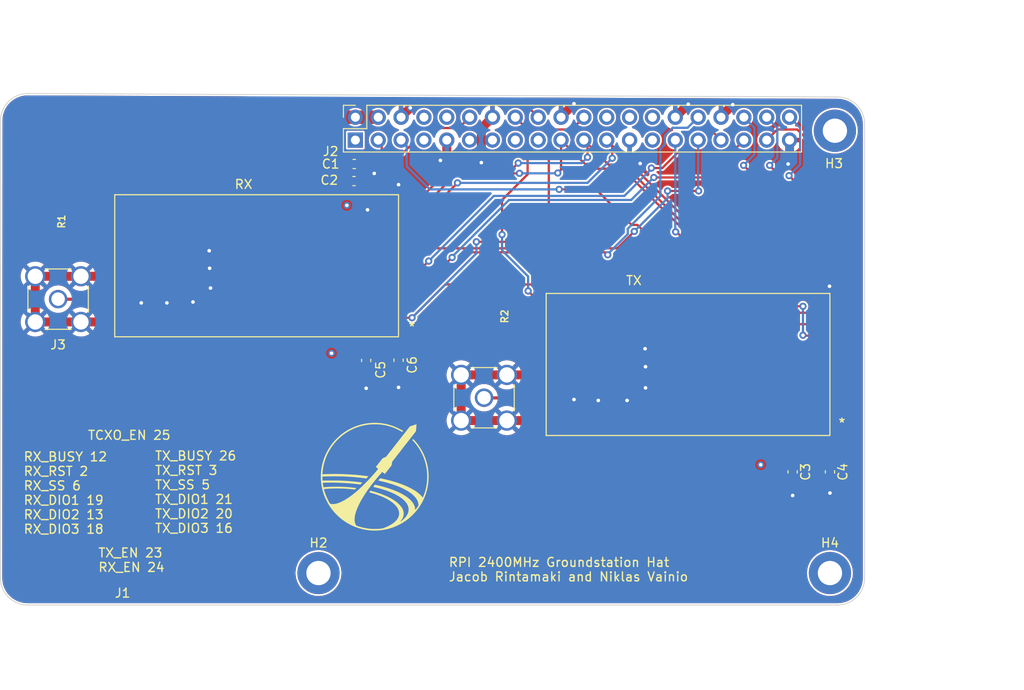
<source format=kicad_pcb>
(kicad_pcb (version 20221018) (generator pcbnew)
  (title_block (title "Groundstation Hat") (date "2024-01-31"))
  (layers (0 "F.Cu" signal) (1 "In1.Cu" signal) (2 "In2.Cu" signal) (31 "B.Cu" signal) (34 "B.Paste" user) (35 "F.Paste" user) (36 "B.SilkS" user "B.Silkscreen") (37 "F.SilkS" user "F.Silkscreen") (38 "B.Mask" user) (39 "F.Mask" user) (44 "Edge.Cuts" user))
  (net 0 "")
  (net 1 "+5V")
  (net 2 "GND")
  (net 4 "RX_RST")
  (net 5 "TX_RST")
  (net 8 "RF_IO6")
  (net 11 "RF_TX_EN")
  (net 13 "RF_RX_EN")
  (net 14 "MOSI")
  (net 15 "MISO")
  (net 16 "TCXO_EN")
  (net 17 "SCLK")
  (net 22 "TX_CS")
  (net 23 "RX_CS")
  (net 24 "TX_BUSY")
  (net 25 "RF_IO4")
  (net 26 "RF_IO1")
  (net 27 "RF_IO5")
  (net 28 "RF_IO2")
  (net 29 "RF_IO3")
  (net 30 "Net-(J3-In)")
  (net 31 "RX_BUSY")
  (net 32 "Net-(U1-TXEN)")
  (net 33 "Net-(U2-RXEN)")
  (net 36 "Net-(J1-In)")
  (footprint "rpi_interface:PRT-21570" (layer "F.Cu") (at 173.15 78.95 90)
    (fp_text reference "J2" (at -3.8 -2.75) (layer "F.SilkS"))
    (fp_text value "PRT-21570")
    (pad "1" thru_hole rect (at -2.54 0 90) (size 1.7 1.7) (drill 1) (layers "*.Cu" "*.Mask"))
    (pad "2" thru_hole oval (at 0 0 90) (size 1.7 1.7) (drill 1) (layers "*.Cu" "*.Mask") (net 1 "+5V"))
    (pad "3" thru_hole oval (at -2.54 2.54 90) (size 1.7 1.7) (drill 1) (layers "*.Cu" "*.Mask") (net 4 "RX_RST"))
    (pad "4" thru_hole oval (at 0 2.54 90) (size 1.7 1.7) (drill 1) (layers "*.Cu" "*.Mask") (net 1 "+5V"))
    (pad "5" thru_hole oval (at -2.54 5.08 90) (size 1.7 1.7) (drill 1) (layers "*.Cu" "*.Mask") (net 5 "TX_RST"))
    (pad "6" thru_hole oval (at 0 5.08 90) (size 1.7 1.7) (drill 1) (layers "*.Cu" "*.Mask") (net 2 "GND"))
    (pad "7" thru_hole oval (at -2.54 7.62 90) (size 1.7 1.7) (drill 1) (layers "*.Cu" "*.Mask"))
    (pad "8" thru_hole oval (at 0 7.62 90) (size 1.7 1.7) (drill 1) (layers "*.Cu" "*.Mask"))
    (pad "9" thru_hole oval (at -2.54 10.16 90) (size 1.7 1.7) (drill 1) (layers "*.Cu" "*.Mask") (net 2 "GND"))
    (pad "10" thru_hole oval (at 0 10.16 90) (size 1.7 1.7) (drill 1) (layers "*.Cu" "*.Mask"))
    (pad "11" thru_hole oval (at -2.54 12.7 90) (size 1.7 1.7) (drill 1) (layers "*.Cu" "*.Mask"))
    (pad "12" thru_hole oval (at 0 12.7 90) (size 1.7 1.7) (drill 1) (layers "*.Cu" "*.Mask") (net 8 "RF_IO6"))
    (pad "13" thru_hole oval (at -2.54 15.24 90) (size 1.7 1.7) (drill 1) (layers "*.Cu" "*.Mask"))
    (pad "14" thru_hole oval (at 0 15.24 90) (size 1.7 1.7) (drill 1) (layers "*.Cu" "*.Mask") (net 2 "GND"))
    (pad "15" thru_hole oval (at -2.54 17.78 90) (size 1.7 1.7) (drill 1) (layers "*.Cu" "*.Mask"))
    (pad "16" thru_hole oval (at 0 17.78 90) (size 1.7 1.7) (drill 1) (layers "*.Cu" "*.Mask") (net 11 "RF_TX_EN"))
    (pad "17" thru_hole oval (at -2.54 20.32 90) (size 1.7 1.7) (drill 1) (layers "*.Cu" "*.Mask"))
    (pad "18" thru_hole oval (at 0 20.32 90) (size 1.7 1.7) (drill 1) (layers "*.Cu" "*.Mask") (net 13 "RF_RX_EN"))
    (pad "19" thru_hole oval (at -2.54 22.86 90) (size 1.7 1.7) (drill 1) (layers "*.Cu" "*.Mask") (net 14 "MOSI"))
    (pad "20" thru_hole oval (at 0 22.86 90) (size 1.7 1.7) (drill 1) (layers "*.Cu" "*.Mask") (net 2 "GND"))
    (pad "21" thru_hole oval (at -2.54 25.4 90) (size 1.7 1.7) (drill 1) (layers "*.Cu" "*.Mask") (net 15 "MISO"))
    (pad "22" thru_hole oval (at 0 25.4 90) (size 1.7 1.7) (drill 1) (layers "*.Cu" "*.Mask") (net 16 "TCXO_EN"))
    (pad "23" thru_hole oval (at -2.54 27.94 90) (size 1.7 1.7) (drill 1) (layers "*.Cu" "*.Mask") (net 17 "SCLK"))
    (pad "24" thru_hole oval (at 0 27.94 90) (size 1.7 1.7) (drill 1) (layers "*.Cu" "*.Mask"))
    (pad "25" thru_hole oval (at -2.54 30.48 90) (size 1.7 1.7) (drill 1) (layers "*.Cu" "*.Mask") (net 2 "GND"))
    (pad "26" thru_hole oval (at 0 30.48 90) (size 1.7 1.7) (drill 1) (layers "*.Cu" "*.Mask"))
    (pad "27" thru_hole oval (at -2.54 33.02 90) (size 1.7 1.7) (drill 1) (layers "*.Cu" "*.Mask"))
    (pad "28" thru_hole oval (at 0 33.02 90) (size 1.7 1.7) (drill 1) (layers "*.Cu" "*.Mask"))
    (pad "29" thru_hole oval (at -2.54 35.56 90) (size 1.7 1.7) (drill 1) (layers "*.Cu" "*.Mask") (net 22 "TX_CS"))
    (pad "30" thru_hole oval (at 0 35.56 90) (size 1.7 1.7) (drill 1) (layers "*.Cu" "*.Mask") (net 2 "GND"))
    (pad "31" thru_hole oval (at -2.54 38.1 90) (size 1.7 1.7) (drill 1) (layers "*.Cu" "*.Mask") (net 23 "RX_CS"))
    (pad "32" thru_hole oval (at 0 38.1 90) (size 1.7 1.7) (drill 1) (layers "*.Cu" "*.Mask") (net 31 "RX_BUSY"))
    (pad "33" thru_hole oval (at -2.54 40.64 90) (size 1.7 1.7) (drill 1) (layers "*.Cu" "*.Mask") (net 27 "RF_IO5"))
    (pad "34" thru_hole oval (at 0 40.64 90) (size 1.7 1.7) (drill 1) (layers "*.Cu" "*.Mask") (net 2 "GND"))
    (pad "35" thru_hole oval (at -2.54 43.18 90) (size 1.7 1.7) (drill 1) (layers "*.Cu" "*.Mask") (net 25 "RF_IO4"))
    (pad "36" thru_hole oval (at 0 43.18 90) (size 1.7 1.7) (drill 1) (layers "*.Cu" "*.Mask") (net 29 "RF_IO3"))
    (pad "37" thru_hole oval (at -2.54 45.72 90) (size 1.7 1.7) (drill 1) (layers "*.Cu" "*.Mask") (net 24 "TX_BUSY"))
    (pad "38" thru_hole oval (at 0 45.72 90) (size 1.7 1.7) (drill 1) (layers "*.Cu" "*.Mask") (net 28 "RF_IO2"))
    (pad "39" thru_hole oval (at -2.54 48.26 90) (size 1.7 1.7) (drill 1) (layers "*.Cu" "*.Mask") (net 2 "GND"))
    (pad "40" thru_hole oval (at 0 48.26 90) (size 1.7 1.7) (drill 1) (layers "*.Cu" "*.Mask") (net 26 "RF_IO1"))
  )
  (footprint "rpi_interface:SMA_901-144" (layer "F.Cu") (at 140.11 99.18 180)
    (fp_text reference "J3" (at 0 -5.08) (layer "F.SilkS"))
    (fp_text value "Amphenol_901-144")
    (pad "1" thru_hole circle (at 0 0 180) (size 2.05 2.05) (drill 1.5) (layers "*.Cu" "*.Mask") (net 30 "Net-(J3-In)"))
    (pad "2" thru_hole circle (at -2.54 -2.54 180) (size 2.25 2.25) (drill 1.7) (layers "*.Cu" "*.Mask") (net 2 "GND"))
    (pad "2" thru_hole circle (at -2.54 2.54 180) (size 2.25 2.25) (drill 1.7) (layers "*.Cu" "*.Mask") (net 2 "GND"))
    (pad "2" thru_hole circle (at 2.54 -2.54 180) (size 2.25 2.25) (drill 1.7) (layers "*.Cu" "*.Mask") (net 2 "GND"))
    (pad "2" thru_hole circle (at 2.54 2.54 180) (size 2.25 2.25) (drill 1.7) (layers "*.Cu" "*.Mask") (net 2 "GND"))
  )
  (footprint "MAINBOARD:R0603" (layer "F.Cu") (at 142.35 90.5 90)
    (fp_text reference "R1" (at 0.8 -1.4 90) (layer "F.SilkS") (effects (font (size 0.77216 0.77216) (thickness 0.154432)) (justify right bottom)))
    (fp_text value "10KOHM-1_10W-1%(0603)0603")
    (pad "1" smd rect (at -0.85 0 90) (size 1 1.1) (layers "F.Cu" "F.Paste" "F.Mask") (net 2 "GND"))
    (pad "2" smd rect (at 0.85 0 90) (size 1 1.1) (layers "F.Cu" "F.Paste" "F.Mask") (net 32 "Net-(U1-TXEN)"))
  )
  (footprint "rpi_interface:SSI_logo_medium" (layer "F.Cu") (at 175.174473 120.644051)
    (fp_text reference "G***" hide)
    (fp_text value "SSI_logo_medium" hide)
  )
  (footprint "MountingHole:MountingHole_2.7mm_M2.5_DIN965_Pad" (layer "F.Cu") (at 225.9 129.65)
    (fp_text reference "H4" (at 0 -3.35) (layer "F.SilkS"))
    (fp_text value "MountingHole")
    (pad "1" thru_hole circle (at 0 0) (size 4.7 4.7) (drill 2.7) (layers "*.Cu" "*.Mask"))
  )
  (footprint "Capacitor_SMD:C_0603_1608Metric" (layer "F.Cu") (at 221.75 118.4 -90)
    (fp_text reference "C3" (at 0 -1.43 90) (layer "F.SilkS"))
    (fp_text value "10uF")
    (pad "1" smd roundrect (at -0.775 0 270) (size 0.9 0.95) (layers "F.Cu" "F.Paste" "F.Mask") (net 1 "+5V"))
    (pad "2" smd roundrect (at 0.775 0 270) (size 0.9 0.95) (layers "F.Cu" "F.Paste" "F.Mask") (net 2 "GND"))
  )
  (footprint "Capacitor_SMD:C_0603_1608Metric" (layer "F.Cu") (at 173.025 84.15)
    (fp_text reference "C1" (at -2.625 0) (layer "F.SilkS"))
    (fp_text value "10uF")
    (pad "1" smd roundrect (at -0.775 0) (size 0.9 0.95) (layers "F.Cu" "F.Paste" "F.Mask") (net 1 "+5V"))
    (pad "2" smd roundrect (at 0.775 0) (size 0.9 0.95) (layers "F.Cu" "F.Paste" "F.Mask") (net 2 "GND"))
  )
  (footprint "Capacitor_SMD:C_0603_1608Metric" (layer "F.Cu") (at 177.95 105.975 -90)
    (fp_text reference "C6" (at 0.525 -1.5 90) (layer "F.SilkS"))
    (fp_text value "0.1uF")
    (pad "1" smd roundrect (at -0.775 0 270) (size 0.9 0.95) (layers "F.Cu" "F.Paste" "F.Mask") (net 1 "+5V"))
    (pad "2" smd roundrect (at 0.775 0 270) (size 0.9 0.95) (layers "F.Cu" "F.Paste" "F.Mask") (net 2 "GND"))
  )
  (footprint "MountingHole:MountingHole_2.7mm_M2.5_DIN965_Pad" (layer "F.Cu") (at 226.45 80.45)
    (fp_text reference "H3" (at -0.1 3.65) (layer "F.SilkS"))
    (fp_text value "MountingHole")
    (pad "1" thru_hole circle (at 0 0) (size 4.7 4.7) (drill 2.7) (layers "*.Cu" "*.Mask"))
  )
  (footprint "Capacitor_SMD:C_0603_1608Metric" (layer "F.Cu") (at 174.35 106 -90)
    (fp_text reference "C5" (at 1.05 -1.6 90) (layer "F.SilkS"))
    (fp_text value "10uF")
    (pad "1" smd roundrect (at -0.775 0 270) (size 0.9 0.95) (layers "F.Cu" "F.Paste" "F.Mask") (net 1 "+5V"))
    (pad "2" smd roundrect (at 0.775 0 270) (size 0.9 0.95) (layers "F.Cu" "F.Paste" "F.Mask") (net 2 "GND"))
  )
  (footprint "rpi_interface:SMA_901-144" (layer "F.Cu") (at 187.45 110.15 180)
    (fp_text reference "J1" (at 40.175 -21.72) (layer "F.SilkS"))
    (fp_text value "Amphenol_901-144")
    (pad "1" thru_hole circle (at 0 0 180) (size 2.05 2.05) (drill 1.5) (layers "*.Cu" "*.Mask") (net 36 "Net-(J1-In)"))
    (pad "2" thru_hole circle (at -2.54 -2.54 180) (size 2.25 2.25) (drill 1.7) (layers "*.Cu" "*.Mask") (net 2 "GND"))
    (pad "2" thru_hole circle (at -2.54 2.54 180) (size 2.25 2.25) (drill 1.7) (layers "*.Cu" "*.Mask") (net 2 "GND"))
    (pad "2" thru_hole circle (at 2.54 -2.54 180) (size 2.25 2.25) (drill 1.7) (layers "*.Cu" "*.Mask") (net 2 "GND"))
    (pad "2" thru_hole circle (at 2.54 2.54 180) (size 2.25 2.25) (drill 1.7) (layers "*.Cu" "*.Mask") (net 2 "GND"))
  )
  (footprint "Capacitor_SMD:C_0603_1608Metric" (layer "F.Cu") (at 173 86.05)
    (fp_text reference "C2" (at -2.75 -0.1) (layer "F.SilkS"))
    (fp_text value "0.1uF")
    (pad "1" smd roundrect (at -0.775 0) (size 0.9 0.95) (layers "F.Cu" "F.Paste" "F.Mask") (net 1 "+5V"))
    (pad "2" smd roundrect (at 0.775 0) (size 0.9 0.95) (layers "F.Cu" "F.Paste" "F.Mask") (net 2 "GND"))
  )
  (footprint "rpi_interface:LORA128XF27" (layer "F.Cu") (at 194.355 99.15)
    (fp_text reference "U2" hide)
    (fp_text value "LoRa1280F27-TCXO" hide)
    (fp_text user "*" (at 32.395 14.4 unlocked) (layer "F.SilkS") (effects (justify left bottom)))
    (pad "1" smd rect (at 31.54 14.25 180) (size 1.5 0.975) (layers "F.Cu" "F.Paste" "F.Mask") (net 1 "+5V"))
    (pad "2" smd rect (at 31.54 12.98 180) (size 1.5 0.975) (layers "F.Cu" "F.Paste" "F.Mask") (net 16 "TCXO_EN"))
    (pad "3" smd rect (at 31.54 11.71 180) (size 1.5 0.975) (layers "F.Cu" "F.Paste" "F.Mask") (net 5 "TX_RST"))
    (pad "4" smd rect (at 31.54 10.44 180) (size 1.5 0.975) (layers "F.Cu" "F.Paste" "F.Mask") (net 24 "TX_BUSY"))
    (pad "5" smd rect (at 31.54 9.17 180) (size 1.5 0.975) (layers "F.Cu" "F.Paste" "F.Mask") (net 26 "RF_IO1"))
    (pad "6" smd rect (at 31.54 7.9 180) (size 1.5 0.975) (layers "F.Cu" "F.Paste" "F.Mask") (net 28 "RF_IO2"))
    (pad "7" smd rect (at 31.54 6.63 180) (size 1.5 0.975) (layers "F.Cu" "F.Paste" "F.Mask") (net 29 "RF_IO3"))
    (pad "8" smd rect (at 31.54 5.36 180) (size 1.5 0.975) (layers "F.Cu" "F.Paste" "F.Mask") (net 22 "TX_CS"))
    (pad "9" smd rect (at 31.54 4.09 180) (size 1.5 0.975) (layers "F.Cu" "F.Paste" "F.Mask") (net 17 "SCLK"))
    (pad "10" smd rect (at 31.54 2.82 180) (size 1.5 0.975) (layers "F.Cu" "F.Paste" "F.Mask") (net 14 "MOSI"))
    (pad "11" smd rect (at 31.54 1.55 180) (size 1.5 0.975) (layers "F.Cu" "F.Paste" "F.Mask") (net 15 "MISO"))
    (pad "12" smd rect (at 31.54 0.28 180) (size 1.5 0.975) (layers "F.Cu" "F.Paste" "F.Mask") (net 2 "GND"))
    (pad "13" smd rect (at 0 1.5 180) (size 2 1.3) (layers "F.Cu" "F.Paste" "F.Mask") (net 11 "RF_TX_EN"))
    (pad "14" smd rect (at 0 3.5 180) (size 2 1.3) (layers "F.Cu" "F.Paste" "F.Mask") (net 33 "Net-(U2-RXEN)"))
    (pad "15" smd rect (at 0 5.5 180) (size 2 1.3) (layers "F.Cu" "F.Paste" "F.Mask") (net 2 "GND"))
    (pad "16" smd rect (at 0 7.5 180) (size 2 1.3) (layers "F.Cu" "F.Paste" "F.Mask") (net 2 "GND"))
    (pad "17" smd rect (at 0 11.02 180) (size 2 1.3) (layers "F.Cu" "F.Paste" "F.Mask") (net 36 "Net-(J1-In)"))
    (pad "18" smd rect (at 0 13.02 180) (size 2 1.3) (layers "F.Cu" "F.Paste" "F.Mask") (net 2 "GND"))
    (pad "19" smd rect (at 5.9 7.75 180) (size 7.3 5.1) (layers "F.Cu" "F.Paste" "F.Mask") (net 2 "GND"))
  )
  (footprint "MAINBOARD:R0603" (layer "F.Cu") (at 189.8 103.5 90)
    (fp_text reference "R2" (at 3.25 0.4 90) (layer "F.SilkS") (effects (font (size 0.77216 0.77216) (thickness 0.154432)) (justify right bottom)))
    (fp_text value "10KOHM-1_10W-1%(0603)0603")
    (pad "1" smd rect (at -0.85 0 90) (size 1 1.1) (layers "F.Cu" "F.Paste" "F.Mask") (net 2 "GND"))
    (pad "2" smd rect (at 0.85 0 90) (size 1 1.1) (layers "F.Cu" "F.Paste" "F.Mask") (net 33 "Net-(U2-RXEN)"))
  )
  (footprint "MountingHole:MountingHole_2.7mm_M2.5_DIN965_Pad" (layer "F.Cu") (at 169.05 129.65)
    (fp_text reference "H2" (at 0 -3.35) (layer "F.SilkS"))
    (fp_text value "MountingHole")
    (pad "1" thru_hole circle (at 0 0) (size 4.7 4.7) (drill 2.7) (layers "*.Cu" "*.Mask"))
  )
  (footprint "Capacitor_SMD:C_0603_1608Metric" (layer "F.Cu") (at 225.9 118.4 -90)
    (fp_text reference "C4" (at 0 -1.43 90) (layer "F.SilkS"))
    (fp_text value "0.1uF")
    (pad "1" smd roundrect (at -0.775 0 270) (size 0.9 0.95) (layers "F.Cu" "F.Paste" "F.Mask") (net 1 "+5V"))
    (pad "2" smd roundrect (at 0.775 0 270) (size 0.9 0.95) (layers "F.Cu" "F.Paste" "F.Mask") (net 2 "GND"))
  )
  (footprint "rpi_interface:LORA128XF27" (layer "F.Cu") (at 146.405 88.17)
    (fp_text reference "U1" hide)
    (fp_text value "LoRa1280F27-TCXO" hide)
    (fp_text user "*" (at 32.545 14.68 unlocked) (layer "F.SilkS") (effects (justify left bottom)))
    (pad "1" smd rect (at 31.54 14.25 180) (size 1.5 0.975) (layers "F.Cu" "F.Paste" "F.Mask") (net 1 "+5V"))
    (pad "2" smd rect (at 31.54 12.98 180) (size 1.5 0.975) (layers "F.Cu" "F.Paste" "F.Mask") (net 16 "TCXO_EN"))
    (pad "3" smd rect (at 31.54 11.71 180) (size 1.5 0.975) (layers "F.Cu" "F.Paste" "F.Mask") (net 4 "RX_RST"))
    (pad "4" smd rect (at 31.54 10.44 180) (size 1.5 0.975) (layers "F.Cu" "F.Paste" "F.Mask") (net 31 "RX_BUSY"))
    (pad "5" smd rect (at 31.54 9.17 180) (size 1.5 0.975) (layers "F.Cu" "F.Paste" "F.Mask") (net 25 "RF_IO4"))
    (pad "6" smd rect (at 31.54 7.9 180) (size 1.5 0.975) (layers "F.Cu" "F.Paste" "F.Mask") (net 27 "RF_IO5"))
    (pad "7" smd rect (at 31.54 6.63 180) (size 1.5 0.975) (layers "F.Cu" "F.Paste" "F.Mask") (net 8 "RF_IO6"))
    (pad "8" smd rect (at 31.54 5.36 180) (size 1.5 0.975) (layers "F.Cu" "F.Paste" "F.Mask") (net 23 "RX_CS"))
    (pad "9" smd rect (at 31.54 4.09 180) (size 1.5 0.975) (layers "F.Cu" "F.Paste" "F.Mask") (net 17 "SCLK"))
    (pad "10" smd rect (at 31.54 2.82 180) (size 1.5 0.975) (layers "F.Cu" "F.Paste" "F.Mask") (net 14 "MOSI"))
    (pad "11" smd rect (at 31.54 1.55 180) (size 1.5 0.975) (layers "F.Cu" "F.Paste" "F.Mask") (net 15 "MISO"))
    (pad "12" smd rect (at 31.54 0.28 180) (size 1.5 0.975) (layers "F.Cu" "F.Paste" "F.Mask") (net 2 "GND"))
    (pad "13" smd rect (at 0 1.5 180) (size 2 1.3) (layers "F.Cu" "F.Paste" "F.Mask") (net 32 "Net-(U1-TXEN)"))
    (pad "14" smd rect (at 0 3.5 180) (size 2 1.3) (layers "F.Cu" "F.Paste" "F.Mask") (net 13 "RF_RX_EN"))
    (pad "15" smd rect (at 0 5.5 180) (size 2 1.3) (layers "F.Cu" "F.Paste" "F.Mask") (net 2 "GND"))
    (pad "16" smd rect (at 0 7.5 180) (size 2 1.3) (layers "F.Cu" "F.Paste" "F.Mask") (net 2 "GND"))
    (pad "17" smd rect (at 0 11.02 180) (size 2 1.3) (layers "F.Cu" "F.Paste" "F.Mask") (net 30 "Net-(J3-In)"))
    (pad "18" smd rect (at 0 13.02 180) (size 2 1.3) (layers "F.Cu" "F.Paste" "F.Mask") (net 2 "GND"))
    (pad "19" smd rect (at 5.9 7.75 180) (size 7.3 5.1) (layers "F.Cu" "F.Paste" "F.Mask") (net 2 "GND"))
  )
  (gr_arc (start 226.75 76.700001) (mid 228.87132 77.578681) (end 229.75 79.700001) (stroke (width 0.1)) (layer "Edge.Cuts"))
  (gr_line (start 136.7 133.2) (end 226.75 133.200001) (stroke (width 0.1)) (layer "Edge.Cuts"))
  (gr_line (start 229.75 79.700001) (end 229.75 130.200001) (stroke (width 0.1)) (layer "Edge.Cuts"))
  (gr_line (start 136.72132 76.32132) (end 226.75 76.700001) (stroke (width 0.1)) (layer "Edge.Cuts"))
  (gr_line (start 133.72132 79.32132) (end 133.7 130.2) (stroke (width 0.1)) (layer "Edge.Cuts"))
  (gr_arc (start 229.75 130.200001) (mid 228.87132 132.321321) (end 226.75 133.200001) (stroke (width 0.1)) (layer "Edge.Cuts"))
  (gr_arc (start 136.7 133.2) (mid 134.57868 132.32132) (end 133.7 130.2) (stroke (width 0.1)) (layer "Edge.Cuts"))
  (gr_arc (start 133.72132 79.32132) (mid 134.6 77.2) (end 136.72132 76.32132) (stroke (width 0.1)) (layer "Edge.Cuts"))
  (gr_text "RX_BUSY 12 \nRX_RST 2 \nRX_SS 6 \nRX_DIO1 19\nRX_DIO2 13\nRX_DIO3 18 \n" (at 136.2 125.35) (layer "F.SilkS") (effects (font (size 1 1)) (justify left bottom)))
  (gr_text "TX" (at 203.15 97.7) (layer "F.SilkS") (effects (font (size 1 1)) (justify left bottom)))
  (gr_text "RX" (at 159.65 87) (layer "F.SilkS") (effects (font (size 1 1)) (justify left bottom)))
  (gr_text "TX_EN 23 \nRX_EN 24\n" (at 144.5 129.6) (layer "F.SilkS") (effects (font (size 1 1)) (justify left bottom)))
  (gr_text "TX_BUSY 26 \nTX_RST 3\nTX_SS 5 \nTX_DIO1 21\nTX_DIO2 20\nTX_DIO3 16 \n" (at 150.8 125.25) (layer "F.SilkS") (effects (font (size 1 1)) (justify left bottom)))
  (gr_text "RPI 2400MHz Groundstation Hat \nJacob Rintamaki and Niklas Vainio" (at 183.45 130.65) (layer "F.SilkS") (effects (font (size 1 1)) (justify left bottom)))
  (gr_text "TCXO_EN 25" (at 143.35 114.9) (layer "F.SilkS") (effects (font (size 1 1)) (justify left bottom)))
  (segment (start 225.9 117.625) (end 225.9 113.5725) (width 1.5) (layer "F.Cu") (net 1))
  (segment (start 172.225 88.725) (end 172.2 88.75) (width 1.5) (layer "F.Cu") (net 1))
  (segment (start 171.947919 78.95) (end 173.15 78.95) (width 1.5) (layer "F.Cu") (net 1))
  (segment (start 172.25 84.15) (end 172.21 84.15) (width 1.5) (layer "F.Cu") (net 1))
  (segment (start 218.225 117.625) (end 218.2 117.6) (width 1) (layer "F.Cu") (net 1))
  (segment (start 170.35 82.29) (end 170.35 80.547919) (width 1.5) (layer "F.Cu") (net 1))
  (segment (start 177.945 105.195) (end 177.945 102.5875) (width 1.5) (layer "F.Cu") (net 1))
  (segment (start 225.895 117.62) (end 225.9 117.625) (width 0.25) (layer "F.Cu") (net 1))
  (segment (start 172.25 86.025) (end 172.225 86.05) (width 1.5) (layer "F.Cu") (net 1))
  (segment (start 170.525 105.225) (end 170.5 105.2) (width 1.5) (layer "F.Cu") (net 1))
  (segment (start 172.225 86.05) (end 172.225 88.525) (width 1.5) (layer "F.Cu") (net 1))
  (segment (start 173.15 78.95) (end 175.69 78.95) (width 1.5) (layer "F.Cu") (net 1))
  (segment (start 177.95 105.2) (end 174.375 105.2) (width 1.5) (layer "F.Cu") (net 1))
  (segment (start 221.75 117.625) (end 218.225 117.625) (width 1.5) (layer "F.Cu") (net 1))
  (segment (start 174.35 105.225) (end 170.525 105.225) (width 1.5) (layer "F.Cu") (net 1))
  (segment (start 225.89 117.625) (end 221.75 117.625) (width 1.5) (layer "F.Cu") (net 1))
  (segment (start 170.35 80.547919) (end 171.947919 78.95) (width 1.5) (layer "F.Cu") (net 1))
  (segment (start 172.225 88.525) (end 172.225 88.725) (width 1.5) (layer "F.Cu") (net 1))
  (segment (start 225.9 113.5725) (end 225.895 113.5675) (width 0.25) (layer "F.Cu") (net 1))
  (segment (start 225.895 117.62) (end 225.89 117.625) (width 0.25) (layer "F.Cu") (net 1))
  (segment (start 172.25 84.15) (end 172.25 86.025) (width 1.5) (layer "F.Cu") (net 1))
  (segment (start 172.21 84.15) (end 170.35 82.29) (width 1.5) (layer "F.Cu") (net 1))
  (via (at 172.2 88.75) (size 0.8) (drill 0.4) (layers "F.Cu" "B.Cu") (net 1))
  (via (at 218.2 117.6) (size 0.8) (drill 0.4) (layers "F.Cu" "B.Cu") (net 1))
  (via (at 170.5 105.2) (size 0.8) (drill 0.4) (layers "F.Cu" "B.Cu") (net 1))
  (segment (start 174.2 84.15) (end 175.25 85.2) (width 1) (layer "F.Cu") (net 2))
  (segment (start 193.395 107.61) (end 194.355 106.65) (width 1) (layer "F.Cu") (net 2))
  (segment (start 189.99 107.61) (end 184.91 107.61) (width 1) (layer "F.Cu") (net 2))
  (segment (start 153.98 95.92) (end 154 95.9) (width 0.25) (layer "F.Cu") (net 2))
  (segment (start 177.945 88.45) (end 177.945 86.455) (width 1) (layer "F.Cu") (net 2))
  (segment (start 183.31 81.49) (end 183.31 83.04) (width 1) (layer "F.Cu") (net 2))
  (segment (start 145.875 101.72) (end 146.405 101.19) (width 1) (layer "F.Cu") (net 2))
  (segment (start 188.39 78.95) (end 187.15 80.19) (width 1) (layer "F.Cu") (net 2))
  (segment (start 173.775 86.05) (end 173.775 88.225) (width 1) (layer "F.Cu") (net 2))
  (segment (start 177.945 86.455) (end 177.95 86.45) (width 0.25) (layer "F.Cu") (net 2))
  (segment (start 150.055 93.67) (end 152.1925 95.8075) (width 0.25) (layer "F.Cu") (net 2))
  (segment (start 173.8 88.55) (end 174.5 89.25) (width 1) (layer "F.Cu") (net 2))
  (segment (start 152.305 95.92) (end 153.98 95.92) (width 0.25) (layer "F.Cu") (net 2))
  (segment (start 146.405 93.67) (end 150.055 93.67) (width 1) (layer "F.Cu") (net 2))
  (segment (start 142.35 91.35) (end 144.67 93.67) (width 1) (layer "F.Cu") (net 2))
  (segment (start 183.31 83.04) (end 182.6 83.75) (width 1) (layer "F.Cu") (net 2))
  (segment (start 184.91 112.69) (end 184.91 107.61) (width 1) (layer "F.Cu") (net 2))
  (segment (start 225.9 119.175) (end 225.9 120.75) (width 1) (layer "F.Cu") (net 2))
  (segment (start 152.055 95.67) (end 152.305 95.92) (width 1) (layer "F.Cu") (net 2))
  (segment (start 208.71 78.94) (end 210.15 77.5) (width 1) (layer "F.Cu") (net 2))
  (segment (start 137.57 96.64) (end 142.65 96.64) (width 1) (layer "F.Cu") (net 2))
  (segment (start 194.355 104.65) (end 194.355 106.65) (width 1) (layer "F.Cu") (net 2))
  (segment (start 178.23 78.92) (end 179.25 77.9) (width 1) (layer "F.Cu") (net 2))
  (segment (start 142.65 96.64) (end 145.435 96.64) (width 1) (layer "F.Cu") (net 2))
  (segment (start 142.65 101.72) (end 145.875 101.72) (width 1) (layer "F.Cu") (net 2))
  (segment (start 137.57 101.72) (end 142.65 101.72) (width 1) (layer "F.Cu") (net 2))
  (segment (start 221.75 119.175) (end 221.75 121.025) (width 1) (layer "F.Cu") (net 2))
  (segment (start 208.71 78.95) (end 208.71 78.94) (width 0.25) (layer "F.Cu") (net 2))
  (segment (start 173.775 88.225) (end 173.8 88.25) (width 0.25) (layer "F.Cu") (net 2))
  (segment (start 177.95 106.75) (end 177.95 109) (width 1) (layer "F.Cu") (net 2))
  (segment (start 137.57 101.72) (end 137.57 96.64) (width 1) (layer "F.Cu") (net 2))
  (segment (start 193.835 112.69) (end 194.355 112.17) (width 1) (layer "F.Cu") (net 2))
  (segment (start 178.23 78.95) (end 178.23 78.92) (width 0.25) (layer "F.Cu") (net 2))
  (segment (start 189.99 112.69) (end 184.91 112.69) (width 1) (layer "F.Cu") (net 2))
  (segment (start 152.305 97.495) (end 152.2 97.6) (width 0.25) (layer "F.Cu") (net 2))
  (segment (start 173.8 88.25) (end 173.8 88.55) (width 0.25) (layer "F.Cu") (net 2))
  (segment (start 194.355 106.65) (end 200.005 106.65) (width 1) (layer "F.Cu") (net 2))
  (segment (start 146.405 95.67) (end 152.055 95.67) (width 1) (layer "F.Cu") (net 2))
  (segment (start 144.67 93.67) (end 146.405 93.67) (width 1) (layer "F.Cu") (net 2))
  (segment (start 152.305 95.92) (end 152.1925 95.8075) (width 0.25) (layer "F.Cu") (net 2))
  (segment (start 173.8 84.15) (end 174.45 84.15) (width 1) (layer "F.Cu") (net 2))
  (segment (start 196.01 78.95) (end 196.01 78.89) (width 0.25) (layer "F.Cu") (net 2))
  (segment (start 203.63 82.93) (end 204.8 84.1) (width 0.25) (layer "F.Cu") (net 2))
  (segment (start 213.79 78.86) (end 215.1 77.55) (width 1) (layer "F.Cu") (net 2))
  (segment (start 225.895 99.43) (end 225.895 97.795) (width 1) (layer "F.Cu") (net 2))
  (segment (start 213.79 78.95) (end 213.79 78.86) (width 0.25) (layer "F.Cu") (net 2))
  (segment (start 196.01 78.89) (end 197.45 77.45) (width 1) (layer "F.Cu") (net 2))
  (segment (start 174.35 106.775) (end 174.35 109.1) (width 1) (layer "F.Cu") (net 2))
  (segment (start 189.99 107.61) (end 193.395 107.61) (width 1) (layer "F.Cu") (net 2))
  (segment (start 203.63 81.49) (end 203.63 82.93) (width 0.25) (layer "F.Cu") (net 2))
  (segment (start 145.435 96.64) (end 146.405 95.67) (width 1) (layer "F.Cu") (net 2))
  (segment (start 173.8 84.15) (end 174.2 84.15) (width 1) (layer "F.Cu") (net 2))
  (segment (start 225.895 97.795) (end 225.85 97.75) (width 0.25) (layer "F.Cu") (net 2))
  (segment (start 187.15 80.19) (end 187.15 84) (width 1) (layer "F.Cu") (net 2))
  (segment (start 189.99 112.69) (end 193.835 112.69) (width 1) (layer "F.Cu") (net 2))
  (segment (start 189.8 104.35) (end 194.055 104.35) (width 1) (layer "F.Cu") (net 2))
  (segment (start 200.005 106.65) (end 200.255 106.9) (width 0.25) (layer "F.Cu") (net 2))
  (via (at 225.85 97.75) (size 0.8) (drill 0.4) (layers "F.Cu" "B.Cu") (net 2))
  (via (at 204.8 84.1) (size 0.8) (drill 0.4) (layers "F.Cu" "B.Cu") (net 2))
  (via (at 179.25 77.9) (size 0.8) (drill 0.4) (layers "F.Cu" "B.Cu") (net 2))
  (via (at 203.35 110.45) (size 0.8) (drill 0.4) (layers "F.Cu" "B.Cu") (net 2))
  (via (at 149.35 99.6) (size 0.8) (drill 0.4) (layers "F.Cu" "B.Cu") (net 2))
  (via (at 182.6 83.75) (size 0.8) (drill 0.4) (layers "F.Cu" "B.Cu") (net 2))
  (via (at 155.1 99.5) (size 0.8) (drill 0.4) (layers "F.Cu" "B.Cu") (net 2))
  (via (at 197.45 77.45) (size 0.8) (drill 0.4) (layers "F.Cu" "B.Cu") (net 2))
  (via (at 205.4 106.7) (size 0.8) (drill 0.4) (layers "F.Cu" "B.Cu") (net 2))
  (via (at 156.95 95.75) (size 0.8) (drill 0.4) (layers "F.Cu" "B.Cu") (net 2))
  (via (at 152.2 99.6) (size 0.8) (drill 0.4) (layers "F.Cu" "B.Cu") (net 2))
  (via (at 197.45 110.35) (size 0.8) (drill 0.4) (layers "F.Cu" "B.Cu") (net 2))
  (via (at 156.9 93.8) (size 0.8) (drill 0.4) (layers "F.Cu" "B.Cu") (net 2))
  (via (at 157.05 97.95) (size 0.8) (drill 0.4) (layers "F.Cu" "B.Cu") (net 2))
  (via (at 187.15 84) (size 0.8) (drill 0.4) (layers "F.Cu" "B.Cu") (net 2))
  (via (at 200.15 110.45) (size 0.8) (drill 0.4) (layers "F.Cu" "B.Cu") (net 2))
  (via (at 174.5 89.25) (size 0.8) (drill 0.4) (layers "F.Cu" "B.Cu") (net 2))
  (via (at 221.25 84.15) (size 0.8) (drill 0.4) (layers "F.Cu" "B.Cu") (net 2))
  (via (at 205.4 109.05) (size 0.8) (drill 0.4) (layers "F.Cu" "B.Cu") (net 2))
  (via (at 175.25 85.2) (size 0.8) (drill 0.4) (layers "F.Cu" "B.Cu") (net 2))
  (via (at 205.35 104.7) (size 0.8) (drill 0.4) (layers "F.Cu" "B.Cu") (net 2))
  (via (at 221.75 121.025) (size 0.8) (drill 0.4) (layers "F.Cu" "B.Cu") (net 2))
  (via (at 215.1 77.55) (size 0.8) (drill 0.4) (layers "F.Cu" "B.Cu") (net 2))
  (via (at 177.95 109) (size 0.8) (drill 0.4) (layers "F.Cu" "B.Cu") (net 2))
  (via (at 210.15 77.5) (size 0.8) (drill 0.4) (layers "F.Cu" "B.Cu") (net 2))
  (via (at 174.35 109.1) (size 0.8) (drill 0.4) (layers "F.Cu" "B.Cu") (net 2))
  (via (at 177.95 86.45) (size 0.8) (drill 0.4) (layers "F.Cu" "B.Cu") (net 2))
  (via (at 225.9 120.75) (size 0.8) (drill 0.4) (layers "F.Cu" "B.Cu") (net 2))
  (segment (start 221.41 81.49) (end 221.41 83.99) (width 1) (layer "B.Cu") (net 2))
  (segment (start 221.41 83.99) (end 221.25 84.15) (width 0.25) (layer "B.Cu") (net 2))
  (segment (start 176.945 99.88) (end 176.075 99.01) (width 0.25) (layer "F.Cu") (net 4))
  (segment (start 176.075 81.875) (end 175.69 81.49) (width 0.25) (layer "F.Cu") (net 4))
  (segment (start 176.075 99.01) (end 176.075 81.875) (width 0.25) (layer "F.Cu") (net 4))
  (segment (start 177.945 99.88) (end 176.945 99.88) (width 0.25) (layer "F.Cu") (net 4))
  (segment (start 204.500305 90.925) (end 224.435305 110.86) (width 0.25) (layer "F.Cu") (net 5))
  (segment (start 224.435305 110.86) (end 225.895 110.86) (width 0.25) (layer "F.Cu") (net 5))
  (segment (start 199.899195 86.9745) (end 203.849695 90.925) (width 0.25) (layer "F.Cu") (net 5))
  (segment (start 203.849695 90.925) (end 204.500305 90.925) (width 0.25) (layer "F.Cu") (net 5))
  (segment (start 195.8 86.9745) (end 199.899195 86.9745) (width 0.25) (layer "F.Cu") (net 5))
  (via (at 195.8 86.9745) (size 0.8) (drill 0.4) (layers "F.Cu" "B.Cu") (net 5))
  (segment (start 195.8 86.9745) (end 181.4245 86.9745) (width 0.25) (layer "B.Cu") (net 5))
  (segment (start 181.4245 86.9745) (end 178.85 84.4) (width 0.25) (layer "B.Cu") (net 5))
  (segment (start 178.85 82.11) (end 178.23 81.49) (width 0.25) (layer "B.Cu") (net 5))
  (segment (start 178.85 84.4) (end 178.85 82.11) (width 0.25) (layer "B.Cu") (net 5))
  (segment (start 177.3275 94.8) (end 176.85 94.3225) (width 0.25) (layer "F.Cu") (net 8))
  (segment (start 179.595 81.003299) (end 180.448299 80.15) (width 0.25) (layer "F.Cu") (net 8))
  (segment (start 177.945 94.8) (end 177.3275 94.8) (width 0.25) (layer "F.Cu") (net 8))
  (segment (start 180.448299 80.15) (end 184.65 80.15) (width 0.25) (layer "F.Cu") (net 8))
  (segment (start 176.85 94.3225) (end 176.85 84.531701) (width 0.25) (layer "F.Cu") (net 8))
  (segment (start 176.85 84.531701) (end 179.595 81.786701) (width 0.25) (layer "F.Cu") (net 8))
  (segment (start 184.65 80.15) (end 185.85 78.95) (width 0.25) (layer "F.Cu") (net 8))
  (segment (start 179.595 81.786701) (end 179.595 81.003299) (width 0.25) (layer "F.Cu") (net 8))
  (segment (start 192.295 85.305) (end 192.295 80.315) (width 0.25) (layer "F.Cu") (net 11))
  (segment (start 192.35 98.2745) (end 194.355 100.2795) (width 0.25) (layer "F.Cu") (net 11))
  (segment (start 189.45 92) (end 189.45 88.15) (width 0.25) (layer "F.Cu") (net 11))
  (segment (start 194.355 100.2795) (end 194.355 100.65) (width 0.25) (layer "F.Cu") (net 11))
  (segment (start 189.45 88.15) (end 192.295 85.305) (width 0.25) (layer "F.Cu") (net 11))
  (segment (start 192.295 80.315) (end 190.93 78.95) (width 0.25) (layer "F.Cu") (net 11))
  (via (at 189.45 92) (size 0.8) (drill 0.4) (layers "F.Cu" "B.Cu") (net 11))
  (via (at 192.35 98.2745) (size 0.8) (drill 0.4) (layers "F.Cu" "B.Cu") (net 11))
  (segment (start 189.45 92) (end 189.45 93.75) (width 0.25) (layer "B.Cu") (net 11))
  (segment (start 192.35 96.65) (end 192.35 98.2745) (width 0.25) (layer "B.Cu") (net 11))
  (segment (start 189.45 93.75) (end 192.35 96.65) (width 0.25) (layer "B.Cu") (net 11))
  (segment (start 146.405 91.67) (end 146.755 91.67) (width 0.25) (layer "F.Cu") (net 13))
  (segment (start 191.52 77) (end 193.47 78.95) (width 0.25) (layer "F.Cu") (net 13))
  (segment (start 146.755 91.67) (end 161.425 77) (width 0.25) (layer "F.Cu") (net 13))
  (segment (start 161.425 77) (end 191.52 77) (width 0.25) (layer "F.Cu") (net 13))
  (segment (start 196.01 84.79) (end 196.01 81.49) (width 0.25) (layer "F.Cu") (net 14))
  (segment (start 202.825 84.675) (end 199.195 84.675) (width 0.25) (layer "F.Cu") (net 14))
  (segment (start 225.895 101.97) (end 220.12 101.97) (width 0.25) (layer "F.Cu") (net 14))
  (segment (start 184.412299 85.187701) (end 191.387701 85.187701) (width 0.25) (layer "F.Cu") (net 14))
  (segment (start 177.945 90.99) (end 178.61 90.99) (width 0.25) (layer "F.Cu") (net 14))
  (segment (start 220.12 101.97) (end 202.825 84.675) (width 0.25) (layer "F.Cu") (net 14))
  (segment (start 199.195 84.675) (end 196.01 81.49) (width 0.25) (layer "F.Cu") (net 14))
  (segment (start 195.65 85.15) (end 196.01 84.79) (width 0.25) (layer "F.Cu") (net 14))
  (segment (start 178.61 90.99) (end 184.412299 85.187701) (width 0.25) (layer "F.Cu") (net 14))
  (via (at 195.65 85.15) (size 0.8) (drill 0.4) (layers "F.Cu" "B.Cu") (net 14))
  (via (at 191.387701 85.187701) (size 0.8) (drill 0.4) (layers "F.Cu" "B.Cu") (net 14))
  (segment (start 195.612299 85.187701) (end 195.65 85.15) (width 0.25) (layer "B.Cu") (net 14))
  (segment (start 191.387701 85.187701) (end 195.612299 85.187701) (width 0.25) (layer "B.Cu") (net 14))
  (segment (start 203.025 84.225) (end 201.285 84.225) (width 0.25) (layer "F.Cu") (net 15))
  (segment (start 225.895 100.7) (end 219.5 100.7) (width 0.25) (layer "F.Cu") (net 15))
  (segment (start 198.95 81.89) (end 198.55 81.49) (width 0.25) (layer "F.Cu") (net 15))
  (segment (start 190.575 84.725) (end 191.25 84.05) (width 0.25) (layer "F.Cu") (net 15))
  (segment (start 219.5 100.7) (end 203.025 84.225) (width 0.25) (layer "F.Cu") (net 15))
  (segment (start 177.945 89.72) (end 178.63 89.72) (width 0.25) (layer "F.Cu") (net 15))
  (segment (start 201.285 84.225) (end 198.55 81.49) (width 0.25) (layer "F.Cu") (net 15))
  (segment (start 198.95 83.4) (end 198.95 81.89) (width 0.25) (layer "F.Cu") (net 15))
  (segment (start 183.625 84.725) (end 190.575 84.725) (width 0.25) (layer "F.Cu") (net 15))
  (segment (start 178.63 89.72) (end 183.625 84.725) (width 0.25) (layer "F.Cu") (net 15))
  (via (at 198.95 83.4) (size 0.8) (drill 0.4) (layers "F.Cu" "B.Cu") (net 15))
  (via (at 191.25 84.05) (size 0.8) (drill 0.4) (layers "F.Cu" "B.Cu") (net 15))
  (segment (start 191.25 84.05) (end 198.3 84.05) (width 0.25) (layer "B.Cu") (net 15))
  (segment (start 198.3 84.05) (end 198.95 83.4) (width 0.25) (layer "B.Cu") (net 15))
  (segment (start 194.65 81.188299) (end 194.65 88.6) (width 0.25) (layer "F.Cu") (net 16))
  (segment (start 190.4445 92.8055) (end 186.6 92.8055) (width 0.25) (layer "F.Cu") (net 16))
  (segment (start 183.15 97.55) (end 179.45 101.25) (width 0.25) (layer "F.Cu") (net 16))
  (segment (start 197.185 80.315) (end 195.523299 80.315) (width 0.25) (layer "F.Cu") (net 16))
  (segment (start 179.45 101.25) (end 178.045 101.25) (width 0.25) (layer "F.Cu") (net 16))
  (segment (start 224.895 112.13) (end 210.315 97.55) (width 0.25) (layer "F.Cu") (net 16))
  (segment (start 195.523299 80.315) (end 194.65 81.188299) (width 0.25) (layer "F.Cu") (net 16))
  (segment (start 198.55 78.95) (end 197.185 80.315) (width 0.25) (layer "F.Cu") (net 16))
  (segment (start 210.315 97.55) (end 183.15 97.55) (width 0.25) (layer "F.Cu") (net 16))
  (segment (start 194.65 88.6) (end 190.4445 92.8055) (width 0.25) (layer "F.Cu") (net 16))
  (segment (start 178.045 101.25) (end 177.945 101.15) (width 0.25) (layer "F.Cu") (net 16))
  (segment (start 225.895 112.13) (end 224.895 112.13) (width 0.25) (layer "F.Cu") (net 16))
  (via (at 179.45 101.25) (size 0.8) (drill 0.4) (layers "F.Cu" "B.Cu") (net 16))
  (via (at 186.6 92.8055) (size 0.8) (drill 0.4) (layers "F.Cu" "B.Cu") (net 16))
  (segment (start 186.6 94.1) (end 179.45 101.25) (width 0.25) (layer "B.Cu") (net 16))
  (segment (start 186.6 92.8055) (end 186.6 94.1) (width 0.25) (layer "B.Cu") (net 16))
  (segment (start 201.7 82.1) (end 201.09 81.49) (width 0.25) (layer "F.Cu") (net 17))
  (segment (start 201.7 83.5) (end 201.7 82.1) (width 0.25) (layer "F.Cu") (net 17))
  (segment (start 222.94 103.24) (end 222.9 103.2) (width 0.25) (layer "F.Cu") (net 17))
  (segment (start 201.09 81.49) (end 219.5755 99.9755) (width 0.25) (layer "F.Cu") (net 17))
  (segment (start 225.895 103.24) (end 222.94 103.24) (width 0.25) (layer "F.Cu") (net 17))
  (segment (start 219.5755 99.9755) (end 222.9 99.9755) (width 0.25) (layer "F.Cu") (net 17))
  (segment (start 184.5 86.25) (end 178.49 92.26) (width 0.25) (layer "F.Cu") (net 17))
  (segment (start 178.49 92.26) (end 177.945 92.26) (width 0.25) (layer "F.Cu") (net 17))
  (via (at 184.5 86.25) (size 0.8) (drill 0.4) (layers "F.Cu" "B.Cu") (net 17))
  (via (at 201.7 83.5) (size 0.8) (drill 0.4) (layers "F.Cu" "B.Cu") (net 17))
  (via (at 222.9 99.9755) (size 0.8) (drill 0.4) (layers "F.Cu" "B.Cu") (net 17))
  (via (at 222.9 103.2) (size 0.8) (drill 0.4) (layers "F.Cu" "B.Cu") (net 17))
  (segment (start 222.9 99.9755) (end 222.9 103.2) (width 0.25) (layer "B.Cu") (net 17))
  (segment (start 198.95 86.25) (end 201.7 83.5) (width 0.25) (layer "B.Cu") (net 17))
  (segment (start 184.5 86.25) (end 198.95 86.25) (width 0.25) (layer "B.Cu") (net 17))
  (segment (start 208.84 91.7) (end 221.65 104.51) (width 0.25) (layer "F.Cu") (net 22))
  (segment (start 221.65 104.51) (end 225.895 104.51) (width 0.25) (layer "F.Cu") (net 22))
  (segment (start 208.75 91.7) (end 208.84 91.7) (width 0.25) (layer "F.Cu") (net 22))
  (via (at 208.75 91.7) (size 0.8) (drill 0.4) (layers "F.Cu" "B.Cu") (net 22))
  (segment (start 208.71 81.49) (end 208.71 91.66) (width 0.25) (layer "B.Cu") (net 22))
  (segment (start 208.71 91.66) (end 208.75 91.7) (width 0.25) (layer "B.Cu") (net 22))
  (segment (start 202.27 93.53) (end 204.15 91.65) (width 0.25) (layer "F.Cu") (net 23))
  (segment (start 177.945 93.53) (end 202.27 93.53) (width 0.25) (layer "F.Cu") (net 23))
  (segment (start 207.85 87.15) (end 211.3 87.15) (width 0.25) (layer "F.Cu") (net 23))
  (via (at 207.85 87.15) (size 0.8) (drill 0.4) (layers "F.Cu" "B.Cu") (net 23))
  (via (at 211.3 87.15) (size 0.8) (drill 0.4) (layers "F.Cu" "B.Cu") (net 23))
  (via (at 204.15 91.65) (size 0.8) (drill 0.4) (layers "F.Cu" "B.Cu") (net 23))
  (segment (start 207.85 87.95) (end 207.85 87.15) (width 0.25) (layer "B.Cu") (net 23))
  (segment (start 211.25 87.1) (end 211.25 81.49) (width 0.25) (layer "B.Cu") (net 23))
  (segment (start 204.15 91.65) (end 207.85 87.95) (width 0.25) (layer "B.Cu") (net 23))
  (segment (start 211.3 87.15) (end 211.25 87.1) (width 0.25) (layer "B.Cu") (net 23))
  (segment (start 220.045 80.315) (end 218.87 81.49) (width 0.25) (layer "F.Cu") (net 24))
  (segment (start 222.265 80.315) (end 220.045 80.315) (width 0.25) (layer "F.Cu") (net 24))
  (segment (start 228.95 107.535) (end 228.95 87) (width 0.25) (layer "F.Cu") (net 24))
  (segment (start 226.895 109.59) (end 228.95 107.535) (width 0.25) (layer "F.Cu") (net 24))
  (segment (start 225.895 109.59) (end 226.895 109.59) (width 0.25) (layer "F.Cu") (net 24))
  (segment (start 228.95 87) (end 222.265 80.315) (width 0.25) (layer "F.Cu") (net 24))
  (segment (start 181.11 97.34) (end 183.9 94.55) (width 0.25) (layer "F.Cu") (net 25))
  (segment (start 177.945 97.34) (end 181.11 97.34) (width 0.25) (layer "F.Cu") (net 25))
  (segment (start 212.171476 85.648524) (end 216.33 81.49) (width 0.25) (layer "F.Cu") (net 25))
  (segment (start 206.3255 85.648524) (end 212.171476 85.648524) (width 0.25) (layer "F.Cu") (net 25))
  (via (at 183.9 94.55) (size 0.8) (drill 0.4) (layers "F.Cu" "B.Cu") (net 25))
  (via (at 206.3255 85.648524) (size 0.8) (drill 0.4) (layers "F.Cu" "B.Cu") (net 25))
  (segment (start 203.8005 88.1495) (end 206.3255 85.6245) (width 0.25) (layer "B.Cu") (net 25))
  (segment (start 183.9 94.480195) (end 190.230695 88.1495) (width 0.25) (layer "B.Cu") (net 25))
  (segment (start 190.230695 88.1495) (end 203.8005 88.1495) (width 0.25) (layer "B.Cu") (net 25))
  (segment (start 206.3255 85.6245) (end 206.3255 85.648524) (width 0.25) (layer "B.Cu") (net 25))
  (segment (start 183.9 94.55) (end 183.9 94.480195) (width 0.25) (layer "B.Cu") (net 25))
  (segment (start 225.895 108.32) (end 227.528604 108.32) (width 0.25) (layer "F.Cu") (net 26))
  (segment (start 228.5 92.781701) (end 228.5 92.6) (width 0.25) (layer "F.Cu") (net 26))
  (segment (start 228.5 92.6) (end 221.35 85.45) (width 0.25) (layer "F.Cu") (net 26))
  (segment (start 228.5 107.348604) (end 228.5 92.781701) (width 0.25) (layer "F.Cu") (net 26))
  (segment (start 227.528604 108.32) (end 228.5 107.348604) (width 0.25) (layer "F.Cu") (net 26))
  (via (at 221.35 85.45) (size 0.8) (drill 0.4) (layers "F.Cu" "B.Cu") (net 26))
  (segment (start 222.585 80.125) (end 221.41 78.95) (width 0.25) (layer "B.Cu") (net 26))
  (segment (start 222.585 84.215) (end 222.585 80.125) (width 0.25) (layer "B.Cu") (net 26))
  (segment (start 221.35 85.45) (end 222.585 84.215) (width 0.25) (layer "B.Cu") (net 26))
  (segment (start 210.953299 80.125) (end 212.425 80.125) (width 0.25) (layer "F.Cu") (net 27))
  (segment (start 206.05 84.6) (end 207.261701 84.6) (width 0.25) (layer "F.Cu") (net 27))
  (segment (start 180.18 96.07) (end 181.3 94.95) (width 0.25) (layer "F.Cu") (net 27))
  (segment (start 210.075 81.003299) (end 210.953299 80.125) (width 0.25) (layer "F.Cu") (net 27))
  (segment (start 210.075 81.786701) (end 210.075 81.003299) (width 0.25) (layer "F.Cu") (net 27))
  (segment (start 207.261701 84.6) (end 210.075 81.786701) (width 0.25) (layer "F.Cu") (net 27))
  (segment (start 177.945 96.07) (end 180.18 96.07) (width 0.25) (layer "F.Cu") (net 27))
  (segment (start 212.425 80.125) (end 213.79 81.49) (width 0.25) (layer "F.Cu") (net 27))
  (via (at 206.05 84.6) (size 0.8) (drill 0.4) (layers "F.Cu" "B.Cu") (net 27))
  (via (at 181.3 94.95) (size 0.8) (drill 0.4) (layers "F.Cu" "B.Cu") (net 27))
  (segment (start 203.0505 87.6995) (end 206 84.75) (width 0.25) (layer "B.Cu") (net 27))
  (segment (start 206 84.75) (end 206 84.65) (width 0.25) (layer "B.Cu") (net 27))
  (segment (start 188.5505 87.6995) (end 203.0505 87.6995) (width 0.25) (layer "B.Cu") (net 27))
  (segment (start 181.3 94.95) (end 188.5505 87.6995) (width 0.25) (layer "B.Cu") (net 27))
  (segment (start 228.05 94.871701) (end 228.05 93.175305) (width 0.25) (layer "F.Cu") (net 28))
  (segment (start 228.05 105.895) (end 228.05 94.871701) (width 0.25) (layer "F.Cu") (net 28))
  (segment (start 228.05 93.175305) (end 219.2 84.325305) (width 0.25) (layer "F.Cu") (net 28))
  (segment (start 225.895 107.05) (end 226.895 107.05) (width 0.25) (layer "F.Cu") (net 28))
  (segment (start 219.2 84.325305) (end 219.2 84.3) (width 0.25) (layer "F.Cu") (net 28))
  (segment (start 226.895 107.05) (end 228.05 105.895) (width 0.25) (layer "F.Cu") (net 28))
  (via (at 219.2 84.3) (size 0.8) (drill 0.4) (layers "F.Cu" "B.Cu") (net 28))
  (segment (start 220.045 83.455) (end 220.045 80.125) (width 0.25) (layer "B.Cu") (net 28))
  (segment (start 220.045 80.125) (end 218.87 78.95) (width 0.25) (layer "B.Cu") (net 28))
  (segment (start 219.2 84.3) (end 220.045 83.455) (width 0.25) (layer "B.Cu") (net 28))
  (segment (start 226.995951 94.995951) (end 216.3 84.3) (width 0.25) (layer "F.Cu") (net 29))
  (segment (start 225.895 105.78) (end 226.895 105.78) (width 0.25) (layer "F.Cu") (net 29))
  (segment (start 226.895 105.78) (end 226.995951 105.679049) (width 0.25) (layer "F.Cu") (net 29))
  (segment (start 226.995951 96.357652) (end 226.995951 94.995951) (width 0.25) (layer "F.Cu") (net 29))
  (segment (start 226.995951 105.679049) (end 226.995951 96.357652) (width 0.25) (layer "F.Cu") (net 29))
  (via (at 216.3 84.3) (size 0.8) (drill 0.4) (layers "F.Cu" "B.Cu") (net 29))
  (segment (start 217.505 80.125) (end 216.33 78.95) (width 0.25) (layer "B.Cu") (net 29))
  (segment (start 217.505 83.095) (end 217.505 80.125) (width 0.25) (layer "B.Cu") (net 29))
  (segment (start 216.3 84.3) (end 217.505 83.095) (width 0.25) (layer "B.Cu") (net 29))
  (segment (start 146.405 99.19) (end 140.12 99.19) (width 0.34925) (layer "F.Cu") (net 30))
  (segment (start 140.12 99.19) (end 140.11 99.18) (width 0.25) (layer "F.Cu") (net 30))
  (segment (start 200.9255 93.98) (end 186.083604 93.98) (width 0.25) (layer "F.Cu") (net 31))
  (segment (start 181.453604 98.61) (end 177.945 98.61) (width 0.25) (layer "F.Cu") (net 31))
  (segment (start 201.2 94.2545) (end 200.9255 93.98) (width 0.25) (layer "F.Cu") (net 31))
  (segment (start 186.083604 93.98) (end 181.453604 98.61) (width 0.25) (layer "F.Cu") (net 31))
  (via (at 201.2 94.2545) (size 0.8) (drill 0.4) (layers "F.Cu" "B.Cu") (net 31))
  (segment (start 207.05 87.724695) (end 207.05 82.461701) (width 0.25) (layer "B.Cu") (net 31))
  (segment (start 201.2 94.2545) (end 201.2 94.175305) (width 0.25) (layer "B.Cu") (net 31))
  (segment (start 207.535 81.976701) (end 207.535 81.003299) (width 0.25) (layer "B.Cu") (net 31))
  (segment (start 207.05 82.461701) (end 207.535 81.976701) (width 0.25) (layer "B.Cu") (net 31))
  (segment (start 207.535 81.003299) (end 208.413299 80.125) (width 0.25) (layer "B.Cu") (net 31))
  (segment (start 208.413299 80.125) (end 210.075 80.125) (width 0.25) (layer "B.Cu") (net 31))
  (segment (start 203.425 91.950305) (end 203.425 91.349695) (width 0.25) (layer "B.Cu") (net 31))
  (segment (start 201.2 94.175305) (end 203.425 91.950305) (width 0.25) (layer "B.Cu") (net 31))
  (segment (start 203.425 91.349695) (end 207.05 87.724695) (width 0.25) (layer "B.Cu") (net 31))
  (segment (start 210.075 80.125) (end 211.25 78.95) (width 0.25) (layer "B.Cu") (net 31))
  (segment (start 146.385 89.65) (end 146.405 89.67) (width 0.25) (layer "F.Cu") (net 32))
  (segment (start 142.35 89.65) (end 146.385 89.65) (width 0.25) (layer "F.Cu") (net 32))
  (segment (start 194.355 102.65) (end 189.8 102.65) (width 0.25) (layer "F.Cu") (net 33))
  (segment (start 187.47 110.17) (end 187.45 110.15) (width 0.25) (layer "F.Cu") (net 36))
  (segment (start 194.355 110.17) (end 187.47 110.17) (width 0.34925) (layer "F.Cu") (net 36))
  (zone (net 2) (net_name "GND") (layers "F.Cu" "In1.Cu" "B.Cu") (priority 1) (connect_pads (clearance 0)) (min_thickness 0.25) (fill yes (thermal_gap 0.5) (thermal_bridge_width 0.5))
    (polygon (pts (xy 133.7 76.3) (xy 133.75 133.25) (xy 229.75 133.2) (xy 229.8 76.75)))
  )
)
</source>
